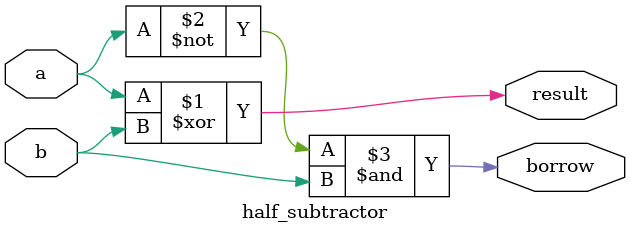
<source format=v>
module borrow_select_subtractor(a,b,result,overflow);

input [15:0]a;
input [15:0]b;
output [15:0]result;
output overflow;

wire [7:0] c0,c1;
wire [7:0]c;
wire [15:0]result0;
wire [15:0]result1;
//-----not sure yet ---review it and test it more -
assign overflow = (~a[15]&b[15]&b[15])|(result[15]&(~a[15])&(~b[15]));

//---------------with input carry = 0 
FA_Block add1_0(a[1:0],b[1:0],1'b0,result0[1:0],c0[0]);
FA_Block add2_0(a[3:2],b[3:2],1'b0,result0[3:2],c0[1]);
FA_Block add3_0(a[5:4],b[5:4],1'b0,result0[5:4],c0[2]);
FA_Block add4_0(a[7:6],b[7:6],1'b0,result0[7:6],c0[3]);

FA_Block add5_0(a[9:8],b[9:8],1'b0,result0[9:8],c0[4]);
FA_Block add6_0(a[11:10],b[11:10],1'b0,result0[11:10],c0[5]);
FA_Block add7_0(a[13:12],b[13:12],1'b0,result0[13:12],c0[6]);
FA_Block add8_0(a[15:14],b[15:14],1'b0,result0[15:14],c0[7]);
//----------------with input carry = 1
FA_Block add1_1(a[1:0],b[1:0],1'b1,result1[1:0],c1[0]);
FA_Block add2_1(a[3:2],b[3:2],1'b1,result1[3:2],c1[1]);
FA_Block add3_1(a[5:4],b[5:4],1'b1,result1[5:4],c1[2]);
FA_Block add4_1(a[7:6],b[7:6],1'b1,result1[7:6],c1[3]);

FA_Block add5_1(a[9:8],b[9:8],1'b1,result1[9:8],c1[4]);
FA_Block add6_1(a[11:10],b[11:10],1'b1,result1[11:10],c1[5]);
FA_Block add7_1(a[13:12],b[13:12],1'b1,result1[13:12],c1[6]);
FA_Block add8_1(a[15:14],b[15:14],1'b1,result1[15:14],c1[7]);
//---------mux-----------------------
mux2X1 #(2) ms0(
.in0(result0[1:0]),
.in1(result1[1:0]),
.c0(c0[0]),
.c1(c1[0]),
.sel(1'b0),
.out(result[1:0]),
.c(c[0]));



mux2X1 #(2) ms1(
.in0(result0[3:2]),
.in1(result1[3:2]),
.c0(c0[1]),
.c1(c1[1]),
.sel(c[0]),
.out(result[3:2]),
.c(c[1]));



mux2X1 #(2) ms2(
.in0(result0[5:4]),
.in1(result1[5:4]),
.c0(c0[2]),
.c1(c1[2]),
.sel(c[1]),
.out(result[5:4]),
.c(c[2]));



mux2X1 #(2) ms3(
.in0(result0[7:6]),
.in1(result1[7:6]),
.c0(c0[3]),
.c1(c1[3]),
.sel(c[2]),
.out(result[7:6]),
.c(c[3]));



mux2X1 #(2) ms4(
.in0(result0[9:8]),
.in1(result1[9:8]),
.c0(c0[4]),
.c1(c1[4]),
.sel(c[3]),
.out(result[9:8]),
.c(c[4]));




mux2X1 #(2) ms5(
.in0(result0[11:10]),
.in1(result1[11:10]),
.c0(c0[5]),
.c1(c1[5]),
.sel(c[4]),
.out(result[11:10]),
.c(c[5]));



mux2X1 #(2) ms6(
.in0(result0[13:12]),
.in1(result1[13:12]),
.c0(c0[6]),
.c1(c1[6]),
.sel(c[5]),
.out(result[13:12]),
.c(c[6]));



mux2X1 #(2) ms7(
.in0(result0[15:14]),
.in1(result1[15:14]),
.c0(c0[7]),
.c1(c1[7]),
.sel(c[6]),
.out(result[15:14]),
.c(c[7]));

xor(overflow,c[6],c[7]);

endmodule

module FA_Block(a,b,Bin,result,borrow);
input [1:0] a,b;
input Bin;
output [1:0] result;
output borrow;
wire c1,c2;
full_subtractor fa0(
.a(a[0]),
.b(b[0]),
.Bin(Bin),
.result(result[0]),
.borrow(c1));

full_subtractor fa1(
.a(a[1]),
.b(b[1]),
.Bin(c1),
.result(result[1]),
.borrow(borrow));
endmodule


//------------------------------
//-----------MUX 2x1------------
//------------------------------
module mux2X1( in0,in1,c0,c1,sel,out,c);
parameter width=16; 
input [width-1:0] in0,in1;
input c0,c1;
output c;
input sel;
output [width-1:0] out;
assign out=(sel)?in1:in0;
assign c=(sel)?c1:c0;
endmodule


/////////////////////
//1bit Full Subtractor
/////////////////////
 
module full_subtractor(a,b,Bin,result, borrow);
input a,b,Bin;
output result, borrow;
 
wire x,y,z;
 
half_subtractor h1(.a(a), .b(b), .result(x), .borrow(y));
half_subtractor h2(.a(x), .b(Bin), .result(result), .borrow(z));
or or_1(borrow,z,y);
endmodule
 
//////////////////////
// 1 bit Half Subtractor
//////////////////////
 
module half_subtractor( a,b, result, borrow );
input a,b;
output result, borrow;
xor xor_1 (result,a,b);
and and_1 (borrow,~a,b);
endmodule

</source>
